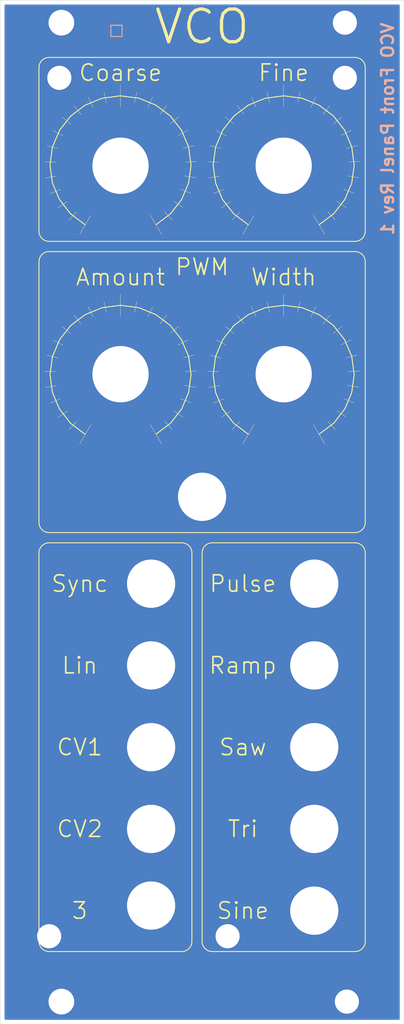
<source format=kicad_pcb>
(kicad_pcb (version 20171130) (host pcbnew "(5.1.2-1)-1")

  (general
    (thickness 1.6)
    (drawings 53)
    (tracks 23)
    (zones 0)
    (modules 5)
    (nets 2)
  )

  (page A4)
  (layers
    (0 F.Cu signal)
    (31 B.Cu signal hide)
    (32 B.Adhes user)
    (33 F.Adhes user)
    (34 B.Paste user)
    (35 F.Paste user)
    (36 B.SilkS user)
    (37 F.SilkS user)
    (38 B.Mask user)
    (39 F.Mask user)
    (40 Dwgs.User user)
    (41 Cmts.User user)
    (42 Eco1.User user)
    (43 Eco2.User user)
    (44 Edge.Cuts user)
    (45 Margin user)
    (46 B.CrtYd user)
    (47 F.CrtYd user)
    (48 B.Fab user)
    (49 F.Fab user)
  )

  (setup
    (last_trace_width 0.25)
    (trace_clearance 0.2)
    (zone_clearance 0.508)
    (zone_45_only no)
    (trace_min 0.2)
    (via_size 0.8)
    (via_drill 0.4)
    (via_min_size 0.4)
    (via_min_drill 0.3)
    (user_via 4 3)
    (user_via 7.999999 6.000001)
    (user_via 11.999999 7.000001)
    (uvia_size 0.3)
    (uvia_drill 0.1)
    (uvias_allowed no)
    (uvia_min_size 0.2)
    (uvia_min_drill 0.1)
    (edge_width 0.05)
    (segment_width 0.2)
    (pcb_text_width 0.3)
    (pcb_text_size 1.5 1.5)
    (mod_edge_width 0.12)
    (mod_text_size 1 1)
    (mod_text_width 0.15)
    (pad_size 1.524 1.524)
    (pad_drill 0.762)
    (pad_to_mask_clearance 0.051)
    (solder_mask_min_width 0.25)
    (aux_axis_origin 0 0)
    (visible_elements FFFFFF7F)
    (pcbplotparams
      (layerselection 0x010fc_ffffffff)
      (usegerberextensions false)
      (usegerberattributes false)
      (usegerberadvancedattributes false)
      (creategerberjobfile false)
      (excludeedgelayer true)
      (linewidth 0.100000)
      (plotframeref false)
      (viasonmask false)
      (mode 1)
      (useauxorigin false)
      (hpglpennumber 1)
      (hpglpenspeed 20)
      (hpglpendiameter 15.000000)
      (psnegative false)
      (psa4output false)
      (plotreference true)
      (plotvalue true)
      (plotinvisibletext false)
      (padsonsilk false)
      (subtractmaskfromsilk false)
      (outputformat 1)
      (mirror false)
      (drillshape 1)
      (scaleselection 1)
      (outputdirectory ""))
  )

  (net 0 "")
  (net 1 GND)

  (net_class Default "This is the default net class."
    (clearance 0.2)
    (trace_width 0.25)
    (via_dia 0.8)
    (via_drill 0.4)
    (uvia_dia 0.3)
    (uvia_drill 0.1)
    (add_net GND)
  )

  (module AS3340_VCO_FP:knob_tick_marks (layer F.Cu) (tedit 5D785F37) (tstamp 5D78B9E5)
    (at 99.06 86.995)
    (descr "Imported from knob_tick_marks.svg")
    (tags svg2mod)
    (attr smd)
    (fp_text reference tick_marks (at 0 -12.347405) (layer F.SilkS) hide
      (effects (font (size 1.524 1.524) (thickness 0.3048)))
    )
    (fp_text value G*** (at 0 12.347405) (layer F.SilkS) hide
      (effects (font (size 1.524 1.524) (thickness 0.3048)))
    )
    (fp_line (start 5.11941 9.283685) (end 3.710646 6.912775) (layer F.SilkS) (width 0.032346))
    (fp_line (start 3.710646 6.912775) (end 5.11941 9.283685) (layer F.SilkS) (width 0.032346))
    (fp_line (start 6.427583 7.491695) (end 5.477879 6.483435) (layer F.SilkS) (width 0.032346))
    (fp_line (start 5.477879 6.483435) (end 6.427583 7.491695) (layer F.SilkS) (width 0.032346))
    (fp_line (start 7.783587 5.969315) (end 6.633531 5.185985) (layer F.SilkS) (width 0.032346))
    (fp_line (start 6.633531 5.185985) (end 7.783587 5.969315) (layer F.SilkS) (width 0.032346))
    (fp_line (start 8.771023 4.195885) (end 7.475071 3.674585) (layer F.SilkS) (width 0.032346))
    (fp_line (start 7.475071 3.674585) (end 8.771023 4.195885) (layer F.SilkS) (width 0.032346))
    (fp_line (start 9.343135 2.255395) (end 7.962653 2.020805) (layer F.SilkS) (width 0.032346))
    (fp_line (start 7.962653 2.020805) (end 9.343135 2.255395) (layer F.SilkS) (width 0.032346))
    (fp_line (start 9.472832 0.239745) (end 8.073187 0.302945) (layer F.SilkS) (width 0.032346))
    (fp_line (start 8.073187 0.302945) (end 9.472832 0.239745) (layer F.SilkS) (width 0.032346))
    (fp_line (start 9.153974 -1.755685) (end 7.80144 -1.397635) (layer F.SilkS) (width 0.032346))
    (fp_line (start 7.80144 -1.397635) (end 9.153974 -1.755685) (layer F.SilkS) (width 0.032346))
    (fp_line (start 8.401658 -3.636345) (end 7.160281 -3.000425) (layer F.SilkS) (width 0.032346))
    (fp_line (start 7.160281 -3.000425) (end 8.401658 -3.636345) (layer F.SilkS) (width 0.032346))
    (fp_line (start 7.251508 -5.313205) (end 6.180067 -4.429525) (layer F.SilkS) (width 0.032346))
    (fp_line (start 6.180067 -4.429525) (end 7.251508 -5.313205) (layer F.SilkS) (width 0.032346))
    (fp_line (start 5.757984 -6.706865) (end 4.907215 -5.617265) (layer F.SilkS) (width 0.032346))
    (fp_line (start 4.907215 -5.617265) (end 5.757984 -6.706865) (layer F.SilkS) (width 0.032346))
    (fp_line (start 3.991808 -7.751335) (end 3.401994 -6.507405) (layer F.SilkS) (width 0.032346))
    (fp_line (start 3.401994 -6.507405) (end 3.991808 -7.751335) (layer F.SilkS) (width 0.032346))
    (fp_line (start 2.036609 -8.397145) (end 1.73568 -7.057805) (layer F.SilkS) (width 0.032346))
    (fp_line (start 1.73568 -7.057805) (end 2.036609 -8.397145) (layer F.SilkS) (width 0.032346))
    (fp_line (start -0.016143 -9.299405) (end -0.011743 -6.556715) (layer F.SilkS) (width 0.032346))
    (fp_line (start -0.011743 -6.556715) (end -0.016143 -9.299405) (layer F.SilkS) (width 0.032346))
    (fp_line (start -2.065983 -8.390825) (end -1.76075 -7.052415) (layer F.SilkS) (width 0.032346))
    (fp_line (start -1.76075 -7.052415) (end -2.065983 -8.390825) (layer F.SilkS) (width 0.032346))
    (fp_line (start -4.019097 -7.738995) (end -3.425287 -6.496895) (layer F.SilkS) (width 0.032346))
    (fp_line (start -3.425287 -6.496895) (end -4.019097 -7.738995) (layer F.SilkS) (width 0.032346))
    (fp_line (start -5.781907 -6.689095) (end -4.927638 -5.602125) (layer F.SilkS) (width 0.032346))
    (fp_line (start -4.927638 -5.602125) (end -5.781907 -6.689095) (layer F.SilkS) (width 0.032346))
    (fp_line (start -7.270942 -5.290845) (end -6.196667 -4.410465) (layer F.SilkS) (width 0.032346))
    (fp_line (start -6.196667 -4.410465) (end -7.270942 -5.290845) (layer F.SilkS) (width 0.032346))
    (fp_line (start -8.415696 -3.610455) (end -7.172281 -2.978355) (layer F.SilkS) (width 0.032346))
    (fp_line (start -7.172281 -2.978355) (end -8.415696 -3.610455) (layer F.SilkS) (width 0.032346))
    (fp_line (start -9.161962 -1.727485) (end -7.808285 -1.373595) (layer F.SilkS) (width 0.032346))
    (fp_line (start -7.808285 -1.373595) (end -9.161962 -1.727485) (layer F.SilkS) (width 0.032346))
    (fp_line (start -9.474404 0.268915) (end -8.074563 0.327815) (layer F.SilkS) (width 0.032346))
    (fp_line (start -8.074563 0.327815) (end -9.474404 0.268915) (layer F.SilkS) (width 0.032346))
    (fp_line (start -9.338227 2.284155) (end -7.958507 2.045315) (layer F.SilkS) (width 0.032346))
    (fp_line (start -7.958507 2.045315) (end -9.338227 2.284155) (layer F.SilkS) (width 0.032346))
    (fp_line (start -8.75988 4.222875) (end -7.465611 3.697585) (layer F.SilkS) (width 0.032346))
    (fp_line (start -7.465611 3.697585) (end -8.75988 4.222875) (layer F.SilkS) (width 0.032346))
    (fp_line (start -7.766748 5.993255) (end -6.619216 5.206385) (layer F.SilkS) (width 0.032346))
    (fp_line (start -6.619216 5.206385) (end -7.766748 5.993255) (layer F.SilkS) (width 0.032346))
    (fp_line (start -6.405857 7.511455) (end -5.459399 6.500275) (layer F.SilkS) (width 0.032346))
    (fp_line (start -5.459399 6.500275) (end -6.405857 7.511455) (layer F.SilkS) (width 0.032346))
    (fp_line (start -5.091929 9.299405) (end -3.690794 6.924175) (layer F.SilkS) (width 0.032346))
    (fp_line (start -3.690794 6.924175) (end -5.091929 9.299405) (layer F.SilkS) (width 0.032346))
    (fp_poly (pts (xy 0 -7.988525) (xy -2.326013 -7.684565) (xy -4.437832 -6.820018) (xy -6.240918 -5.465883)
      (xy -7.64073 -3.693159) (xy -8.542729 -1.572845) (xy -8.844793 0.704834) (xy -8.538211 2.925137)
      (xy -7.668557 4.980292) (xy -6.281407 6.762526) (xy -4.422334 8.164065) (xy -4.360304 8.059605)
      (xy -6.193624 6.677555) (xy -7.561473 4.920232) (xy -8.418954 2.893814) (xy -8.721172 0.704479)
      (xy -8.423231 -1.541595) (xy -7.533847 -3.632536) (xy -6.153734 -5.380608) (xy -4.375989 -6.715849)
      (xy -2.293712 -7.568298) (xy 0 -7.867995) (xy 2.293711 -7.568298) (xy 4.375989 -6.715849)
      (xy 6.153733 -5.380608) (xy 7.533846 -3.632536) (xy 8.42323 -1.541595) (xy 8.721171 0.704479)
      (xy 8.418954 2.893814) (xy 7.561473 4.920232) (xy 6.193624 6.677555) (xy 4.360303 8.059605)
      (xy 4.422333 8.164065) (xy 6.281406 6.762526) (xy 7.668556 4.980292) (xy 8.53821 2.925137)
      (xy 8.844792 0.704834) (xy 8.542728 -1.572845) (xy 7.64073 -3.693159) (xy 6.240917 -5.465883)
      (xy 4.437832 -6.820018) (xy 2.326012 -7.684565) (xy 0 -7.988525)) (layer F.SilkS) (width 0))
  )

  (module AS3340_VCO_FP:knob_tick_marks (layer F.Cu) (tedit 5D785F37) (tstamp 5D78B7EE)
    (at 78.74 86.995)
    (descr "Imported from knob_tick_marks.svg")
    (tags svg2mod)
    (attr smd)
    (fp_text reference tick_marks (at 0 -12.347405) (layer F.SilkS) hide
      (effects (font (size 1.524 1.524) (thickness 0.3048)))
    )
    (fp_text value G*** (at 0 12.347405) (layer F.SilkS) hide
      (effects (font (size 1.524 1.524) (thickness 0.3048)))
    )
    (fp_poly (pts (xy 0 -7.988525) (xy -2.326013 -7.684565) (xy -4.437832 -6.820018) (xy -6.240918 -5.465883)
      (xy -7.64073 -3.693159) (xy -8.542729 -1.572845) (xy -8.844793 0.704834) (xy -8.538211 2.925137)
      (xy -7.668557 4.980292) (xy -6.281407 6.762526) (xy -4.422334 8.164065) (xy -4.360304 8.059605)
      (xy -6.193624 6.677555) (xy -7.561473 4.920232) (xy -8.418954 2.893814) (xy -8.721172 0.704479)
      (xy -8.423231 -1.541595) (xy -7.533847 -3.632536) (xy -6.153734 -5.380608) (xy -4.375989 -6.715849)
      (xy -2.293712 -7.568298) (xy 0 -7.867995) (xy 2.293711 -7.568298) (xy 4.375989 -6.715849)
      (xy 6.153733 -5.380608) (xy 7.533846 -3.632536) (xy 8.42323 -1.541595) (xy 8.721171 0.704479)
      (xy 8.418954 2.893814) (xy 7.561473 4.920232) (xy 6.193624 6.677555) (xy 4.360303 8.059605)
      (xy 4.422333 8.164065) (xy 6.281406 6.762526) (xy 7.668556 4.980292) (xy 8.53821 2.925137)
      (xy 8.844792 0.704834) (xy 8.542728 -1.572845) (xy 7.64073 -3.693159) (xy 6.240917 -5.465883)
      (xy 4.437832 -6.820018) (xy 2.326012 -7.684565) (xy 0 -7.988525)) (layer F.SilkS) (width 0))
    (fp_line (start -3.690794 6.924175) (end -5.091929 9.299405) (layer F.SilkS) (width 0.032346))
    (fp_line (start -5.091929 9.299405) (end -3.690794 6.924175) (layer F.SilkS) (width 0.032346))
    (fp_line (start -5.459399 6.500275) (end -6.405857 7.511455) (layer F.SilkS) (width 0.032346))
    (fp_line (start -6.405857 7.511455) (end -5.459399 6.500275) (layer F.SilkS) (width 0.032346))
    (fp_line (start -6.619216 5.206385) (end -7.766748 5.993255) (layer F.SilkS) (width 0.032346))
    (fp_line (start -7.766748 5.993255) (end -6.619216 5.206385) (layer F.SilkS) (width 0.032346))
    (fp_line (start -7.465611 3.697585) (end -8.75988 4.222875) (layer F.SilkS) (width 0.032346))
    (fp_line (start -8.75988 4.222875) (end -7.465611 3.697585) (layer F.SilkS) (width 0.032346))
    (fp_line (start -7.958507 2.045315) (end -9.338227 2.284155) (layer F.SilkS) (width 0.032346))
    (fp_line (start -9.338227 2.284155) (end -7.958507 2.045315) (layer F.SilkS) (width 0.032346))
    (fp_line (start -8.074563 0.327815) (end -9.474404 0.268915) (layer F.SilkS) (width 0.032346))
    (fp_line (start -9.474404 0.268915) (end -8.074563 0.327815) (layer F.SilkS) (width 0.032346))
    (fp_line (start -7.808285 -1.373595) (end -9.161962 -1.727485) (layer F.SilkS) (width 0.032346))
    (fp_line (start -9.161962 -1.727485) (end -7.808285 -1.373595) (layer F.SilkS) (width 0.032346))
    (fp_line (start -7.172281 -2.978355) (end -8.415696 -3.610455) (layer F.SilkS) (width 0.032346))
    (fp_line (start -8.415696 -3.610455) (end -7.172281 -2.978355) (layer F.SilkS) (width 0.032346))
    (fp_line (start -6.196667 -4.410465) (end -7.270942 -5.290845) (layer F.SilkS) (width 0.032346))
    (fp_line (start -7.270942 -5.290845) (end -6.196667 -4.410465) (layer F.SilkS) (width 0.032346))
    (fp_line (start -4.927638 -5.602125) (end -5.781907 -6.689095) (layer F.SilkS) (width 0.032346))
    (fp_line (start -5.781907 -6.689095) (end -4.927638 -5.602125) (layer F.SilkS) (width 0.032346))
    (fp_line (start -3.425287 -6.496895) (end -4.019097 -7.738995) (layer F.SilkS) (width 0.032346))
    (fp_line (start -4.019097 -7.738995) (end -3.425287 -6.496895) (layer F.SilkS) (width 0.032346))
    (fp_line (start -1.76075 -7.052415) (end -2.065983 -8.390825) (layer F.SilkS) (width 0.032346))
    (fp_line (start -2.065983 -8.390825) (end -1.76075 -7.052415) (layer F.SilkS) (width 0.032346))
    (fp_line (start -0.011743 -6.556715) (end -0.016143 -9.299405) (layer F.SilkS) (width 0.032346))
    (fp_line (start -0.016143 -9.299405) (end -0.011743 -6.556715) (layer F.SilkS) (width 0.032346))
    (fp_line (start 1.73568 -7.057805) (end 2.036609 -8.397145) (layer F.SilkS) (width 0.032346))
    (fp_line (start 2.036609 -8.397145) (end 1.73568 -7.057805) (layer F.SilkS) (width 0.032346))
    (fp_line (start 3.401994 -6.507405) (end 3.991808 -7.751335) (layer F.SilkS) (width 0.032346))
    (fp_line (start 3.991808 -7.751335) (end 3.401994 -6.507405) (layer F.SilkS) (width 0.032346))
    (fp_line (start 4.907215 -5.617265) (end 5.757984 -6.706865) (layer F.SilkS) (width 0.032346))
    (fp_line (start 5.757984 -6.706865) (end 4.907215 -5.617265) (layer F.SilkS) (width 0.032346))
    (fp_line (start 6.180067 -4.429525) (end 7.251508 -5.313205) (layer F.SilkS) (width 0.032346))
    (fp_line (start 7.251508 -5.313205) (end 6.180067 -4.429525) (layer F.SilkS) (width 0.032346))
    (fp_line (start 7.160281 -3.000425) (end 8.401658 -3.636345) (layer F.SilkS) (width 0.032346))
    (fp_line (start 8.401658 -3.636345) (end 7.160281 -3.000425) (layer F.SilkS) (width 0.032346))
    (fp_line (start 7.80144 -1.397635) (end 9.153974 -1.755685) (layer F.SilkS) (width 0.032346))
    (fp_line (start 9.153974 -1.755685) (end 7.80144 -1.397635) (layer F.SilkS) (width 0.032346))
    (fp_line (start 8.073187 0.302945) (end 9.472832 0.239745) (layer F.SilkS) (width 0.032346))
    (fp_line (start 9.472832 0.239745) (end 8.073187 0.302945) (layer F.SilkS) (width 0.032346))
    (fp_line (start 7.962653 2.020805) (end 9.343135 2.255395) (layer F.SilkS) (width 0.032346))
    (fp_line (start 9.343135 2.255395) (end 7.962653 2.020805) (layer F.SilkS) (width 0.032346))
    (fp_line (start 7.475071 3.674585) (end 8.771023 4.195885) (layer F.SilkS) (width 0.032346))
    (fp_line (start 8.771023 4.195885) (end 7.475071 3.674585) (layer F.SilkS) (width 0.032346))
    (fp_line (start 6.633531 5.185985) (end 7.783587 5.969315) (layer F.SilkS) (width 0.032346))
    (fp_line (start 7.783587 5.969315) (end 6.633531 5.185985) (layer F.SilkS) (width 0.032346))
    (fp_line (start 5.477879 6.483435) (end 6.427583 7.491695) (layer F.SilkS) (width 0.032346))
    (fp_line (start 6.427583 7.491695) (end 5.477879 6.483435) (layer F.SilkS) (width 0.032346))
    (fp_line (start 3.710646 6.912775) (end 5.11941 9.283685) (layer F.SilkS) (width 0.032346))
    (fp_line (start 5.11941 9.283685) (end 3.710646 6.912775) (layer F.SilkS) (width 0.032346))
  )

  (module AS3340_VCO_FP:knob_tick_marks (layer F.Cu) (tedit 5D785F37) (tstamp 5D78B478)
    (at 99.06 60.96)
    (descr "Imported from knob_tick_marks.svg")
    (tags svg2mod)
    (attr smd)
    (fp_text reference tick_marks (at 0 -12.347405) (layer F.SilkS) hide
      (effects (font (size 1.524 1.524) (thickness 0.3048)))
    )
    (fp_text value G*** (at 0 12.347405) (layer F.SilkS) hide
      (effects (font (size 1.524 1.524) (thickness 0.3048)))
    )
    (fp_poly (pts (xy 0 -7.988525) (xy -2.326013 -7.684565) (xy -4.437832 -6.820018) (xy -6.240918 -5.465883)
      (xy -7.64073 -3.693159) (xy -8.542729 -1.572845) (xy -8.844793 0.704834) (xy -8.538211 2.925137)
      (xy -7.668557 4.980292) (xy -6.281407 6.762526) (xy -4.422334 8.164065) (xy -4.360304 8.059605)
      (xy -6.193624 6.677555) (xy -7.561473 4.920232) (xy -8.418954 2.893814) (xy -8.721172 0.704479)
      (xy -8.423231 -1.541595) (xy -7.533847 -3.632536) (xy -6.153734 -5.380608) (xy -4.375989 -6.715849)
      (xy -2.293712 -7.568298) (xy 0 -7.867995) (xy 2.293711 -7.568298) (xy 4.375989 -6.715849)
      (xy 6.153733 -5.380608) (xy 7.533846 -3.632536) (xy 8.42323 -1.541595) (xy 8.721171 0.704479)
      (xy 8.418954 2.893814) (xy 7.561473 4.920232) (xy 6.193624 6.677555) (xy 4.360303 8.059605)
      (xy 4.422333 8.164065) (xy 6.281406 6.762526) (xy 7.668556 4.980292) (xy 8.53821 2.925137)
      (xy 8.844792 0.704834) (xy 8.542728 -1.572845) (xy 7.64073 -3.693159) (xy 6.240917 -5.465883)
      (xy 4.437832 -6.820018) (xy 2.326012 -7.684565) (xy 0 -7.988525)) (layer F.SilkS) (width 0))
    (fp_line (start -3.690794 6.924175) (end -5.091929 9.299405) (layer F.SilkS) (width 0.032346))
    (fp_line (start -5.091929 9.299405) (end -3.690794 6.924175) (layer F.SilkS) (width 0.032346))
    (fp_line (start -5.459399 6.500275) (end -6.405857 7.511455) (layer F.SilkS) (width 0.032346))
    (fp_line (start -6.405857 7.511455) (end -5.459399 6.500275) (layer F.SilkS) (width 0.032346))
    (fp_line (start -6.619216 5.206385) (end -7.766748 5.993255) (layer F.SilkS) (width 0.032346))
    (fp_line (start -7.766748 5.993255) (end -6.619216 5.206385) (layer F.SilkS) (width 0.032346))
    (fp_line (start -7.465611 3.697585) (end -8.75988 4.222875) (layer F.SilkS) (width 0.032346))
    (fp_line (start -8.75988 4.222875) (end -7.465611 3.697585) (layer F.SilkS) (width 0.032346))
    (fp_line (start -7.958507 2.045315) (end -9.338227 2.284155) (layer F.SilkS) (width 0.032346))
    (fp_line (start -9.338227 2.284155) (end -7.958507 2.045315) (layer F.SilkS) (width 0.032346))
    (fp_line (start -8.074563 0.327815) (end -9.474404 0.268915) (layer F.SilkS) (width 0.032346))
    (fp_line (start -9.474404 0.268915) (end -8.074563 0.327815) (layer F.SilkS) (width 0.032346))
    (fp_line (start -7.808285 -1.373595) (end -9.161962 -1.727485) (layer F.SilkS) (width 0.032346))
    (fp_line (start -9.161962 -1.727485) (end -7.808285 -1.373595) (layer F.SilkS) (width 0.032346))
    (fp_line (start -7.172281 -2.978355) (end -8.415696 -3.610455) (layer F.SilkS) (width 0.032346))
    (fp_line (start -8.415696 -3.610455) (end -7.172281 -2.978355) (layer F.SilkS) (width 0.032346))
    (fp_line (start -6.196667 -4.410465) (end -7.270942 -5.290845) (layer F.SilkS) (width 0.032346))
    (fp_line (start -7.270942 -5.290845) (end -6.196667 -4.410465) (layer F.SilkS) (width 0.032346))
    (fp_line (start -4.927638 -5.602125) (end -5.781907 -6.689095) (layer F.SilkS) (width 0.032346))
    (fp_line (start -5.781907 -6.689095) (end -4.927638 -5.602125) (layer F.SilkS) (width 0.032346))
    (fp_line (start -3.425287 -6.496895) (end -4.019097 -7.738995) (layer F.SilkS) (width 0.032346))
    (fp_line (start -4.019097 -7.738995) (end -3.425287 -6.496895) (layer F.SilkS) (width 0.032346))
    (fp_line (start -1.76075 -7.052415) (end -2.065983 -8.390825) (layer F.SilkS) (width 0.032346))
    (fp_line (start -2.065983 -8.390825) (end -1.76075 -7.052415) (layer F.SilkS) (width 0.032346))
    (fp_line (start -0.011743 -6.556715) (end -0.016143 -9.299405) (layer F.SilkS) (width 0.032346))
    (fp_line (start -0.016143 -9.299405) (end -0.011743 -6.556715) (layer F.SilkS) (width 0.032346))
    (fp_line (start 1.73568 -7.057805) (end 2.036609 -8.397145) (layer F.SilkS) (width 0.032346))
    (fp_line (start 2.036609 -8.397145) (end 1.73568 -7.057805) (layer F.SilkS) (width 0.032346))
    (fp_line (start 3.401994 -6.507405) (end 3.991808 -7.751335) (layer F.SilkS) (width 0.032346))
    (fp_line (start 3.991808 -7.751335) (end 3.401994 -6.507405) (layer F.SilkS) (width 0.032346))
    (fp_line (start 4.907215 -5.617265) (end 5.757984 -6.706865) (layer F.SilkS) (width 0.032346))
    (fp_line (start 5.757984 -6.706865) (end 4.907215 -5.617265) (layer F.SilkS) (width 0.032346))
    (fp_line (start 6.180067 -4.429525) (end 7.251508 -5.313205) (layer F.SilkS) (width 0.032346))
    (fp_line (start 7.251508 -5.313205) (end 6.180067 -4.429525) (layer F.SilkS) (width 0.032346))
    (fp_line (start 7.160281 -3.000425) (end 8.401658 -3.636345) (layer F.SilkS) (width 0.032346))
    (fp_line (start 8.401658 -3.636345) (end 7.160281 -3.000425) (layer F.SilkS) (width 0.032346))
    (fp_line (start 7.80144 -1.397635) (end 9.153974 -1.755685) (layer F.SilkS) (width 0.032346))
    (fp_line (start 9.153974 -1.755685) (end 7.80144 -1.397635) (layer F.SilkS) (width 0.032346))
    (fp_line (start 8.073187 0.302945) (end 9.472832 0.239745) (layer F.SilkS) (width 0.032346))
    (fp_line (start 9.472832 0.239745) (end 8.073187 0.302945) (layer F.SilkS) (width 0.032346))
    (fp_line (start 7.962653 2.020805) (end 9.343135 2.255395) (layer F.SilkS) (width 0.032346))
    (fp_line (start 9.343135 2.255395) (end 7.962653 2.020805) (layer F.SilkS) (width 0.032346))
    (fp_line (start 7.475071 3.674585) (end 8.771023 4.195885) (layer F.SilkS) (width 0.032346))
    (fp_line (start 8.771023 4.195885) (end 7.475071 3.674585) (layer F.SilkS) (width 0.032346))
    (fp_line (start 6.633531 5.185985) (end 7.783587 5.969315) (layer F.SilkS) (width 0.032346))
    (fp_line (start 7.783587 5.969315) (end 6.633531 5.185985) (layer F.SilkS) (width 0.032346))
    (fp_line (start 5.477879 6.483435) (end 6.427583 7.491695) (layer F.SilkS) (width 0.032346))
    (fp_line (start 6.427583 7.491695) (end 5.477879 6.483435) (layer F.SilkS) (width 0.032346))
    (fp_line (start 3.710646 6.912775) (end 5.11941 9.283685) (layer F.SilkS) (width 0.032346))
    (fp_line (start 5.11941 9.283685) (end 3.710646 6.912775) (layer F.SilkS) (width 0.032346))
  )

  (module AS3340_VCO_FP:knob_tick_marks (layer F.Cu) (tedit 5D785F37) (tstamp 5D78AE1A)
    (at 78.74 60.96)
    (descr "Imported from knob_tick_marks.svg")
    (tags svg2mod)
    (attr smd)
    (fp_text reference tick_marks (at 0 -12.347405) (layer F.SilkS) hide
      (effects (font (size 1.524 1.524) (thickness 0.3048)))
    )
    (fp_text value G*** (at 0 12.347405) (layer F.SilkS) hide
      (effects (font (size 1.524 1.524) (thickness 0.3048)))
    )
    (fp_line (start 5.11941 9.283685) (end 3.710646 6.912775) (layer F.SilkS) (width 0.032346))
    (fp_line (start 3.710646 6.912775) (end 5.11941 9.283685) (layer F.SilkS) (width 0.032346))
    (fp_line (start 6.427583 7.491695) (end 5.477879 6.483435) (layer F.SilkS) (width 0.032346))
    (fp_line (start 5.477879 6.483435) (end 6.427583 7.491695) (layer F.SilkS) (width 0.032346))
    (fp_line (start 7.783587 5.969315) (end 6.633531 5.185985) (layer F.SilkS) (width 0.032346))
    (fp_line (start 6.633531 5.185985) (end 7.783587 5.969315) (layer F.SilkS) (width 0.032346))
    (fp_line (start 8.771023 4.195885) (end 7.475071 3.674585) (layer F.SilkS) (width 0.032346))
    (fp_line (start 7.475071 3.674585) (end 8.771023 4.195885) (layer F.SilkS) (width 0.032346))
    (fp_line (start 9.343135 2.255395) (end 7.962653 2.020805) (layer F.SilkS) (width 0.032346))
    (fp_line (start 7.962653 2.020805) (end 9.343135 2.255395) (layer F.SilkS) (width 0.032346))
    (fp_line (start 9.472832 0.239745) (end 8.073187 0.302945) (layer F.SilkS) (width 0.032346))
    (fp_line (start 8.073187 0.302945) (end 9.472832 0.239745) (layer F.SilkS) (width 0.032346))
    (fp_line (start 9.153974 -1.755685) (end 7.80144 -1.397635) (layer F.SilkS) (width 0.032346))
    (fp_line (start 7.80144 -1.397635) (end 9.153974 -1.755685) (layer F.SilkS) (width 0.032346))
    (fp_line (start 8.401658 -3.636345) (end 7.160281 -3.000425) (layer F.SilkS) (width 0.032346))
    (fp_line (start 7.160281 -3.000425) (end 8.401658 -3.636345) (layer F.SilkS) (width 0.032346))
    (fp_line (start 7.251508 -5.313205) (end 6.180067 -4.429525) (layer F.SilkS) (width 0.032346))
    (fp_line (start 6.180067 -4.429525) (end 7.251508 -5.313205) (layer F.SilkS) (width 0.032346))
    (fp_line (start 5.757984 -6.706865) (end 4.907215 -5.617265) (layer F.SilkS) (width 0.032346))
    (fp_line (start 4.907215 -5.617265) (end 5.757984 -6.706865) (layer F.SilkS) (width 0.032346))
    (fp_line (start 3.991808 -7.751335) (end 3.401994 -6.507405) (layer F.SilkS) (width 0.032346))
    (fp_line (start 3.401994 -6.507405) (end 3.991808 -7.751335) (layer F.SilkS) (width 0.032346))
    (fp_line (start 2.036609 -8.397145) (end 1.73568 -7.057805) (layer F.SilkS) (width 0.032346))
    (fp_line (start 1.73568 -7.057805) (end 2.036609 -8.397145) (layer F.SilkS) (width 0.032346))
    (fp_line (start -0.016143 -9.299405) (end -0.011743 -6.556715) (layer F.SilkS) (width 0.032346))
    (fp_line (start -0.011743 -6.556715) (end -0.016143 -9.299405) (layer F.SilkS) (width 0.032346))
    (fp_line (start -2.065983 -8.390825) (end -1.76075 -7.052415) (layer F.SilkS) (width 0.032346))
    (fp_line (start -1.76075 -7.052415) (end -2.065983 -8.390825) (layer F.SilkS) (width 0.032346))
    (fp_line (start -4.019097 -7.738995) (end -3.425287 -6.496895) (layer F.SilkS) (width 0.032346))
    (fp_line (start -3.425287 -6.496895) (end -4.019097 -7.738995) (layer F.SilkS) (width 0.032346))
    (fp_line (start -5.781907 -6.689095) (end -4.927638 -5.602125) (layer F.SilkS) (width 0.032346))
    (fp_line (start -4.927638 -5.602125) (end -5.781907 -6.689095) (layer F.SilkS) (width 0.032346))
    (fp_line (start -7.270942 -5.290845) (end -6.196667 -4.410465) (layer F.SilkS) (width 0.032346))
    (fp_line (start -6.196667 -4.410465) (end -7.270942 -5.290845) (layer F.SilkS) (width 0.032346))
    (fp_line (start -8.415696 -3.610455) (end -7.172281 -2.978355) (layer F.SilkS) (width 0.032346))
    (fp_line (start -7.172281 -2.978355) (end -8.415696 -3.610455) (layer F.SilkS) (width 0.032346))
    (fp_line (start -9.161962 -1.727485) (end -7.808285 -1.373595) (layer F.SilkS) (width 0.032346))
    (fp_line (start -7.808285 -1.373595) (end -9.161962 -1.727485) (layer F.SilkS) (width 0.032346))
    (fp_line (start -9.474404 0.268915) (end -8.074563 0.327815) (layer F.SilkS) (width 0.032346))
    (fp_line (start -8.074563 0.327815) (end -9.474404 0.268915) (layer F.SilkS) (width 0.032346))
    (fp_line (start -9.338227 2.284155) (end -7.958507 2.045315) (layer F.SilkS) (width 0.032346))
    (fp_line (start -7.958507 2.045315) (end -9.338227 2.284155) (layer F.SilkS) (width 0.032346))
    (fp_line (start -8.75988 4.222875) (end -7.465611 3.697585) (layer F.SilkS) (width 0.032346))
    (fp_line (start -7.465611 3.697585) (end -8.75988 4.222875) (layer F.SilkS) (width 0.032346))
    (fp_line (start -7.766748 5.993255) (end -6.619216 5.206385) (layer F.SilkS) (width 0.032346))
    (fp_line (start -6.619216 5.206385) (end -7.766748 5.993255) (layer F.SilkS) (width 0.032346))
    (fp_line (start -6.405857 7.511455) (end -5.459399 6.500275) (layer F.SilkS) (width 0.032346))
    (fp_line (start -5.459399 6.500275) (end -6.405857 7.511455) (layer F.SilkS) (width 0.032346))
    (fp_line (start -5.091929 9.299405) (end -3.690794 6.924175) (layer F.SilkS) (width 0.032346))
    (fp_line (start -3.690794 6.924175) (end -5.091929 9.299405) (layer F.SilkS) (width 0.032346))
    (fp_poly (pts (xy 0 -7.988525) (xy -2.326013 -7.684565) (xy -4.437832 -6.820018) (xy -6.240918 -5.465883)
      (xy -7.64073 -3.693159) (xy -8.542729 -1.572845) (xy -8.844793 0.704834) (xy -8.538211 2.925137)
      (xy -7.668557 4.980292) (xy -6.281407 6.762526) (xy -4.422334 8.164065) (xy -4.360304 8.059605)
      (xy -6.193624 6.677555) (xy -7.561473 4.920232) (xy -8.418954 2.893814) (xy -8.721172 0.704479)
      (xy -8.423231 -1.541595) (xy -7.533847 -3.632536) (xy -6.153734 -5.380608) (xy -4.375989 -6.715849)
      (xy -2.293712 -7.568298) (xy 0 -7.867995) (xy 2.293711 -7.568298) (xy 4.375989 -6.715849)
      (xy 6.153733 -5.380608) (xy 7.533846 -3.632536) (xy 8.42323 -1.541595) (xy 8.721171 0.704479)
      (xy 8.418954 2.893814) (xy 7.561473 4.920232) (xy 6.193624 6.677555) (xy 4.360303 8.059605)
      (xy 4.422333 8.164065) (xy 6.281406 6.762526) (xy 7.668556 4.980292) (xy 8.53821 2.925137)
      (xy 8.844792 0.704834) (xy 8.542728 -1.572845) (xy 7.64073 -3.693159) (xy 6.240917 -5.465883)
      (xy 4.437832 -6.820018) (xy 2.326012 -7.684565) (xy 0 -7.988525)) (layer F.SilkS) (width 0))
  )

  (module TestPoint:TestPoint_Pad_1.0x1.0mm (layer B.Cu) (tedit 5A0F774F) (tstamp 5D78BF58)
    (at 78.232 44.958)
    (descr "SMD rectangular pad as test Point, square 1.0mm side length")
    (tags "test point SMD pad rectangle square")
    (path /5D78B81D)
    (attr virtual)
    (fp_text reference TP1 (at 0 1.448) (layer B.SilkS) hide
      (effects (font (size 1 1) (thickness 0.15)) (justify mirror))
    )
    (fp_text value TestPoint (at 0 -1.55) (layer B.Fab) hide
      (effects (font (size 1 1) (thickness 0.15)) (justify mirror))
    )
    (fp_text user %R (at 0 1.45) (layer B.Fab) hide
      (effects (font (size 1 1) (thickness 0.15)) (justify mirror))
    )
    (fp_line (start -0.7 0.7) (end 0.7 0.7) (layer B.SilkS) (width 0.12))
    (fp_line (start 0.7 0.7) (end 0.7 -0.7) (layer B.SilkS) (width 0.12))
    (fp_line (start 0.7 -0.7) (end -0.7 -0.7) (layer B.SilkS) (width 0.12))
    (fp_line (start -0.7 -0.7) (end -0.7 0.7) (layer B.SilkS) (width 0.12))
    (fp_line (start -1 1) (end 1 1) (layer B.CrtYd) (width 0.05))
    (fp_line (start -1 1) (end -1 -1) (layer B.CrtYd) (width 0.05))
    (fp_line (start 1 -1) (end 1 1) (layer B.CrtYd) (width 0.05))
    (fp_line (start 1 -1) (end -1 -1) (layer B.CrtYd) (width 0.05))
    (pad 1 smd rect (at 0 0) (size 1 1) (layers B.Cu B.Mask)
      (net 1 GND))
  )

  (gr_text Saw (at 93.98 133.985) (layer F.SilkS) (tstamp 5D7AE886)
    (effects (font (size 2.032 2.032) (thickness 0.2032)))
  )
  (gr_text 3 (at 73.66 154.305) (layer F.SilkS) (tstamp 5D7AE8A1)
    (effects (font (size 2.032 2.032) (thickness 0.2032)))
  )
  (gr_text CV2 (at 73.66 144.145) (layer F.SilkS) (tstamp 5D7AE89E)
    (effects (font (size 2.032 2.032) (thickness 0.2032)))
  )
  (gr_text CV1 (at 73.66 133.985) (layer F.SilkS) (tstamp 5D7AE89B)
    (effects (font (size 2.032 2.032) (thickness 0.2032)))
  )
  (gr_text "VCO Front Panel Rev 1" (at 112.014 57.15 90) (layer B.SilkS)
    (effects (font (size 1.5 1.5) (thickness 0.3)) (justify mirror))
  )
  (gr_line (start 68.58 69.85) (end 68.58 49.53) (layer F.SilkS) (width 0.12) (tstamp 5D78502F))
  (gr_line (start 107.95 71.12) (end 69.85 71.12) (layer F.SilkS) (width 0.12) (tstamp 5D78502D))
  (gr_line (start 109.22 49.53) (end 109.22 69.85) (layer F.SilkS) (width 0.12) (tstamp 5D78502A))
  (gr_line (start 69.85 48.26) (end 107.95 48.26) (layer F.SilkS) (width 0.12) (tstamp 5D785028))
  (gr_line (start 87.63 158.115) (end 87.63 109.855) (layer F.SilkS) (width 0.12) (tstamp 5D7AE865))
  (gr_line (start 69.85 159.385) (end 86.36 159.385) (layer F.SilkS) (width 0.12) (tstamp 5D7AE862))
  (gr_line (start 68.58 109.855) (end 68.58 158.115) (layer F.SilkS) (width 0.12) (tstamp 5D7AE85F))
  (gr_line (start 69.85 108.585) (end 86.36 108.585) (layer F.SilkS) (width 0.12) (tstamp 5D7AE85C))
  (gr_line (start 68.58 73.66) (end 68.58 106.045) (layer F.SilkS) (width 0.12) (tstamp 5D785018))
  (gr_line (start 69.85 72.39) (end 107.95 72.39) (layer F.SilkS) (width 0.12) (tstamp 5D785013))
  (gr_arc (start 107.95 49.53) (end 109.22 49.53) (angle -90) (layer F.SilkS) (width 0.12) (tstamp 5D784FFC))
  (gr_arc (start 69.85 69.85) (end 68.58 69.85) (angle -90) (layer F.SilkS) (width 0.12) (tstamp 5D784FE6))
  (gr_arc (start 69.85 49.53) (end 69.85 48.26) (angle -90) (layer F.SilkS) (width 0.12) (tstamp 5D78B078))
  (gr_arc (start 107.95 69.85) (end 107.95 71.12) (angle -90) (layer F.SilkS) (width 0.12) (tstamp 5D784FCF))
  (gr_arc (start 86.36 158.115) (end 86.36 159.385) (angle -90) (layer F.SilkS) (width 0.12) (tstamp 5D7AE859))
  (gr_arc (start 107.95 73.66) (end 109.22 73.66) (angle -90) (layer F.SilkS) (width 0.12) (tstamp 5D784FC5))
  (gr_arc (start 69.85 73.66) (end 69.85 72.39) (angle -90) (layer F.SilkS) (width 0.12) (tstamp 5D784FB5))
  (gr_text Width (at 99.06 75.565) (layer F.SilkS)
    (effects (font (size 2.032 2.032) (thickness 0.2032)))
  )
  (gr_text Fine (at 99.06 50.165) (layer F.SilkS)
    (effects (font (size 2.032 2.032) (thickness 0.2032)))
  )
  (gr_text Coarse (at 78.74 50.165) (layer F.SilkS)
    (effects (font (size 2.032 2.032) (thickness 0.2032)))
  )
  (gr_text VCO (at 88.9 44.45) (layer F.SilkS)
    (effects (font (size 4.064 4.064) (thickness 0.4064)))
  )
  (gr_text PWM (at 88.9 74.295) (layer F.SilkS)
    (effects (font (size 2.032 2.032) (thickness 0.2032)))
  )
  (gr_text Amount (at 78.74 75.565) (layer F.SilkS)
    (effects (font (size 2.032 2.032) (thickness 0.2032)))
  )
  (gr_arc (start 90.17 109.855) (end 90.17 108.585) (angle -90) (layer F.SilkS) (width 0.12) (tstamp 5D7AE856))
  (gr_arc (start 107.95 109.855) (end 109.22 109.855) (angle -90) (layer F.SilkS) (width 0.12) (tstamp 5D7AE853))
  (gr_line (start 107.95 108.585) (end 90.17 108.585) (layer F.SilkS) (width 0.12) (tstamp 5D7AE850))
  (gr_text Sine (at 93.98 154.305) (layer F.SilkS) (tstamp 5D7AE898)
    (effects (font (size 2.032 2.032) (thickness 0.2032)))
  )
  (gr_text Tri (at 93.98 144.145) (layer F.SilkS) (tstamp 5D7AE895)
    (effects (font (size 2.032 2.032) (thickness 0.2032)))
  )
  (gr_text Ramp (at 93.98 123.825) (layer F.SilkS) (tstamp 5D7AE892)
    (effects (font (size 2.032 2.032) (thickness 0.2032)))
  )
  (gr_text Pulse (at 93.98 113.665) (layer F.SilkS) (tstamp 5D7AE88F)
    (effects (font (size 2.032 2.032) (thickness 0.2032)))
  )
  (gr_arc (start 107.95 158.115) (end 107.95 159.385) (angle -90) (layer F.SilkS) (width 0.12) (tstamp 5D7AE84D))
  (gr_line (start 88.9 158.115) (end 88.9 109.855) (layer F.SilkS) (width 0.12) (tstamp 5D7AE84A))
  (gr_line (start 90.17 159.385) (end 107.95 159.385) (layer F.SilkS) (width 0.12) (tstamp 5D7AE847))
  (gr_line (start 109.22 109.855) (end 109.22 158.115) (layer F.SilkS) (width 0.12) (tstamp 5D7AE844))
  (gr_arc (start 90.17 158.115) (end 88.9 158.115) (angle -90) (layer F.SilkS) (width 0.12) (tstamp 5D7AE841))
  (gr_arc (start 86.36 109.855) (end 87.63 109.855) (angle -90) (layer F.SilkS) (width 0.12) (tstamp 5D7AE83E))
  (gr_arc (start 69.85 158.115) (end 68.58 158.115) (angle -90) (layer F.SilkS) (width 0.12) (tstamp 5D7AE83B))
  (gr_arc (start 69.85 109.855) (end 69.85 108.585) (angle -90) (layer F.SilkS) (width 0.12) (tstamp 5D7AE838))
  (gr_arc (start 69.85 106.045) (end 68.58 106.045) (angle -90) (layer F.SilkS) (width 0.12) (tstamp 5D784AFD))
  (gr_line (start 69.85 107.315) (end 107.95 107.315) (layer F.SilkS) (width 0.12) (tstamp 5D784B00))
  (gr_arc (start 107.95 106.045) (end 107.95 107.315) (angle -90) (layer F.SilkS) (width 0.12) (tstamp 5D784AF7))
  (gr_line (start 109.22 106.045) (end 109.22 73.66) (layer F.SilkS) (width 0.12) (tstamp 5D792D41))
  (gr_text Lin (at 73.66 123.825) (layer F.SilkS) (tstamp 5D7AE889)
    (effects (font (size 2.032 2.032) (thickness 0.2032)))
  )
  (gr_text Sync (at 73.66 113.665) (layer F.SilkS) (tstamp 5D7AE88C)
    (effects (font (size 2.032 2.032) (thickness 0.2032)))
  )
  (gr_line (start 63.754 168.402) (end 63.754 41.148) (layer Edge.Cuts) (width 0.05) (tstamp 5D7807C7))
  (gr_line (start 114.046 168.402) (end 63.754 168.402) (layer Edge.Cuts) (width 0.05))
  (gr_line (start 114.046 41.148) (end 114.046 168.402) (layer Edge.Cuts) (width 0.05))
  (gr_line (start 63.754 41.148) (end 114.046 41.148) (layer Edge.Cuts) (width 0.05) (tstamp 5D784D4E))

  (via (at 69.85 157.48) (size 4) (drill 2.999999) (layers F.Cu B.Cu) (net 1))
  (via (at 92.075 157.48) (size 4) (drill 2.999999) (layers F.Cu B.Cu) (net 1))
  (via (at 71.12 50.8) (size 4) (drill 2.999999) (layers F.Cu B.Cu) (net 1))
  (via (at 106.68 50.8) (size 4) (drill 2.999999) (layers F.Cu B.Cu) (net 1))
  (via (at 102.87 113.665) (size 7.999999) (drill 6.000001) (layers F.Cu B.Cu) (net 1) (tstamp 5D7AE883))
  (via (at 82.55 113.665) (size 7.999999) (drill 6.000001) (layers F.Cu B.Cu) (net 1) (tstamp 5D7AE86B))
  (via (at 82.55 123.825) (size 7.999999) (drill 6.000001) (layers F.Cu B.Cu) (net 1) (tstamp 5D7AE868))
  (via (at 82.55 133.985) (size 7.999999) (drill 6.000001) (layers F.Cu B.Cu) (net 1) (tstamp 5D7AE86E))
  (via (at 82.55 153.67) (size 7.999999) (drill 6.000001) (layers F.Cu B.Cu) (net 1) (tstamp 5D7AE871))
  (via (at 102.87 133.985) (size 7.999999) (drill 6.000001) (layers F.Cu B.Cu) (net 1) (tstamp 5D7AE874))
  (via (at 102.87 123.825) (size 7.999999) (drill 6.000001) (layers F.Cu B.Cu) (net 1) (tstamp 5D7AE877))
  (via (at 102.87 144.145) (size 7.999999) (drill 6.000001) (layers F.Cu B.Cu) (net 1) (tstamp 5D7AE87A))
  (via (at 102.87 154.305) (size 7.999999) (drill 6.000001) (layers F.Cu B.Cu) (net 1) (tstamp 5D7AE880))
  (via (at 82.55 144.145) (size 7.999999) (drill 6.000001) (layers F.Cu B.Cu) (net 1) (tstamp 5D7AE87D))
  (via (at 88.9 102.87) (size 7.999999) (drill 6.000001) (layers F.Cu B.Cu) (net 1))
  (via (at 99.06 87.63) (size 11.999999) (drill 7.000001) (layers F.Cu B.Cu) (net 1) (tstamp 5D7AE271))
  (via (at 99.06 61.722) (size 11.999999) (drill 7.000001) (layers F.Cu B.Cu) (net 1) (tstamp 5D7ADF32))
  (via (at 78.74 87.63) (size 11.999999) (drill 7.000001) (layers F.Cu B.Cu) (net 1) (tstamp 5D7AE558))
  (via (at 78.74 61.722) (size 11.999999) (drill 7.000001) (layers F.Cu B.Cu) (net 1))
  (via (at 71.374 43.942) (size 4) (drill 3.2004) (layers F.Cu B.Cu) (net 1) (tstamp 5D785324))
  (via (at 71.374 165.608) (size 4) (drill 3.2004) (layers F.Cu B.Cu) (net 1) (tstamp 5D7852D5))
  (via (at 106.934 165.608) (size 4) (drill 2.999999) (layers F.Cu B.Cu) (net 1))
  (via (at 106.68 43.942) (size 4) (drill 2.999999) (layers F.Cu B.Cu) (net 1))

  (zone (net 1) (net_name GND) (layer B.Cu) (tstamp 0) (hatch edge 0.508)
    (connect_pads yes (clearance 0.508))
    (min_thickness 0.254)
    (fill yes (arc_segments 32) (thermal_gap 0.508) (thermal_bridge_width 0.508))
    (polygon
      (pts
        (xy 63.754 168.402) (xy 114.046 168.402) (xy 114.046 41.148) (xy 63.754 41.148)
      )
    )
    (filled_polygon
      (pts
        (xy 113.386001 167.742) (xy 64.414 167.742) (xy 64.414 41.808) (xy 113.386 41.808)
      )
    )
  )
)

</source>
